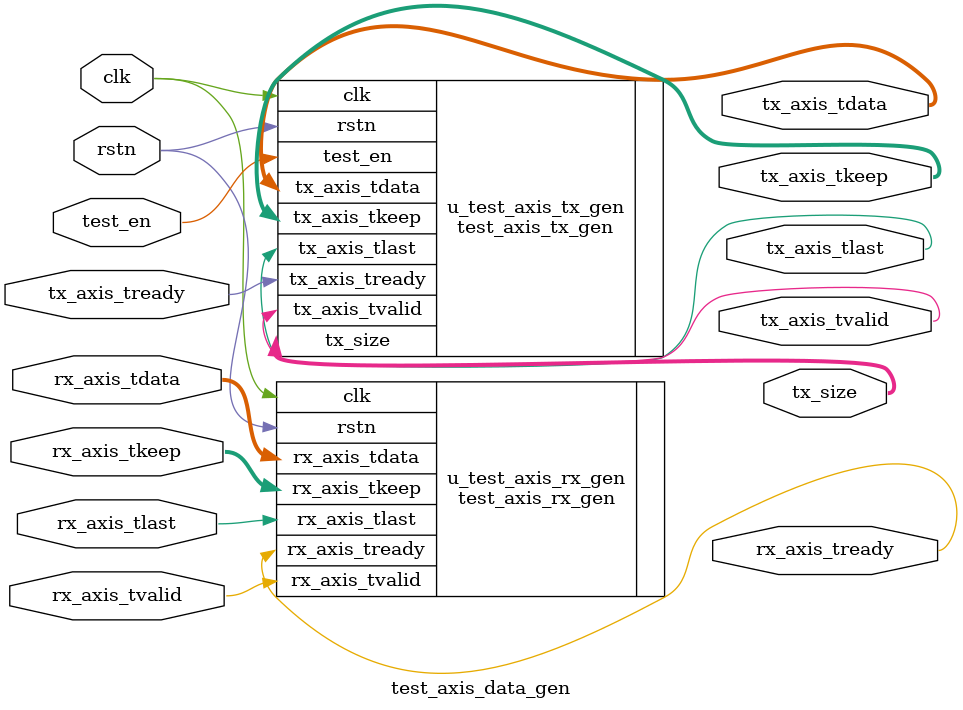
<source format=v>
`timescale 1ns / 1ps
module test_axis_data_gen #(
    parameter                           AXIS_DATA_WIDTH     = 64,
    parameter                           LEN_WIDTH           = 16
)(
    // >>>>>>>>>> sys
    input                               clk                     ,
    input                               rstn                    ,
    input                               test_en                 ,
    // >>>>>>>>>> axis
    output  [LEN_WIDTH-1 : 0]           tx_size                 ,
    output  [AXIS_DATA_WIDTH-1 : 0]     tx_axis_tdata           ,
    output  [AXIS_DATA_WIDTH/8-1 : 0]   tx_axis_tkeep           ,
    output                              tx_axis_tvalid          ,
    output                              tx_axis_tlast           ,
    input                               tx_axis_tready          ,
    input   [AXIS_DATA_WIDTH-1 : 0]     rx_axis_tdata           ,
    input   [AXIS_DATA_WIDTH/8-1 : 0]   rx_axis_tkeep           ,
    input                               rx_axis_tvalid          ,
    input                               rx_axis_tlast           ,
    output                              rx_axis_tready
    );

// >>>>>>>>>> test_axis_tx
test_axis_tx_gen #(
    .AXIS_DATA_WIDTH        (AXIS_DATA_WIDTH        ),
    .LEN_WIDTH              (LEN_WIDTH              )
)
u_test_axis_tx_gen (
    .clk                    (clk                    ),
    .rstn                   (rstn                   ),
    .test_en                (test_en                ),
    .tx_size                (tx_size                ),
    .tx_axis_tdata          (tx_axis_tdata          ),
    .tx_axis_tkeep          (tx_axis_tkeep          ),
    .tx_axis_tvalid         (tx_axis_tvalid         ),
    .tx_axis_tlast          (tx_axis_tlast          ),
    .tx_axis_tready         (tx_axis_tready         )
    );

// >>>>>>>>>> test_axis_rx
test_axis_rx_gen #(
    .AXIS_DATA_WIDTH        (AXIS_DATA_WIDTH        )
)
u_test_axis_rx_gen (
    .clk                    (clk                    ),
    .rstn                   (rstn                   ),
    .rx_axis_tdata          (rx_axis_tdata          ),
    .rx_axis_tkeep          (rx_axis_tkeep          ),
    .rx_axis_tvalid         (rx_axis_tvalid         ),
    .rx_axis_tlast          (rx_axis_tlast          ),
    .rx_axis_tready         (rx_axis_tready         )
    );

endmodule

</source>
